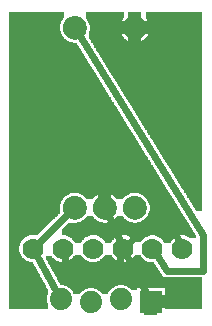
<source format=gtl>
G04 MADE WITH FRITZING*
G04 WWW.FRITZING.ORG*
G04 DOUBLE SIDED*
G04 HOLES PLATED*
G04 CONTOUR ON CENTER OF CONTOUR VECTOR*
%ASAXBY*%
%FSLAX23Y23*%
%MOIN*%
%OFA0B0*%
%SFA1.0B1.0*%
%ADD10C,0.075000*%
%ADD11C,0.070000*%
%ADD12C,0.078889*%
%ADD13C,0.074000*%
%ADD14C,0.024000*%
%ADD15R,0.001000X0.001000*%
%LNCOPPER1*%
G90*
G70*
G54D10*
X361Y981D03*
X118Y952D03*
G54D11*
X519Y242D03*
X619Y242D03*
G54D12*
X261Y379D03*
X361Y379D03*
X461Y379D03*
X261Y979D03*
X461Y979D03*
G54D13*
X514Y64D03*
X414Y74D03*
X314Y64D03*
X214Y74D03*
X514Y64D03*
X414Y74D03*
X314Y64D03*
X214Y74D03*
G54D11*
X120Y243D03*
X221Y243D03*
X422Y243D03*
X321Y243D03*
G54D14*
X199Y102D02*
X133Y220D01*
D02*
X239Y358D02*
X139Y261D01*
D02*
X373Y351D02*
X411Y267D01*
D02*
X609Y266D02*
X588Y316D01*
D02*
X588Y316D02*
X493Y316D01*
D02*
X493Y316D02*
X440Y262D01*
D02*
X226Y218D02*
X233Y179D01*
D02*
X233Y179D02*
X401Y179D01*
D02*
X401Y179D02*
X414Y218D01*
D02*
X500Y92D02*
X434Y220D01*
D02*
X277Y953D02*
X689Y288D01*
D02*
X689Y288D02*
X689Y168D01*
D02*
X689Y168D02*
X569Y168D01*
D02*
X569Y168D02*
X533Y221D01*
G36*
X298Y1031D02*
X298Y1009D01*
X300Y1009D01*
X300Y1007D01*
X302Y1007D01*
X302Y1003D01*
X304Y1003D01*
X304Y1001D01*
X306Y1001D01*
X306Y995D01*
X308Y995D01*
X308Y989D01*
X310Y989D01*
X310Y969D01*
X308Y969D01*
X308Y943D01*
X310Y943D01*
X310Y939D01*
X312Y939D01*
X312Y937D01*
X314Y937D01*
X314Y933D01*
X316Y933D01*
X316Y929D01*
X454Y929D01*
X454Y931D01*
X446Y931D01*
X446Y933D01*
X440Y933D01*
X440Y935D01*
X436Y935D01*
X436Y937D01*
X432Y937D01*
X432Y939D01*
X430Y939D01*
X430Y941D01*
X428Y941D01*
X428Y943D01*
X426Y943D01*
X426Y945D01*
X424Y945D01*
X424Y947D01*
X422Y947D01*
X422Y949D01*
X420Y949D01*
X420Y953D01*
X418Y953D01*
X418Y957D01*
X416Y957D01*
X416Y961D01*
X414Y961D01*
X414Y967D01*
X412Y967D01*
X412Y991D01*
X414Y991D01*
X414Y997D01*
X416Y997D01*
X416Y1001D01*
X418Y1001D01*
X418Y1005D01*
X420Y1005D01*
X420Y1007D01*
X422Y1007D01*
X422Y1011D01*
X424Y1011D01*
X424Y1031D01*
X298Y1031D01*
G37*
D02*
G36*
X498Y1031D02*
X498Y1009D01*
X500Y1009D01*
X500Y1007D01*
X502Y1007D01*
X502Y1003D01*
X504Y1003D01*
X504Y1001D01*
X506Y1001D01*
X506Y995D01*
X508Y995D01*
X508Y989D01*
X510Y989D01*
X510Y969D01*
X508Y969D01*
X508Y961D01*
X506Y961D01*
X506Y957D01*
X504Y957D01*
X504Y953D01*
X502Y953D01*
X502Y951D01*
X500Y951D01*
X500Y947D01*
X498Y947D01*
X498Y945D01*
X496Y945D01*
X496Y943D01*
X494Y943D01*
X494Y941D01*
X490Y941D01*
X490Y939D01*
X488Y939D01*
X488Y937D01*
X484Y937D01*
X484Y935D01*
X482Y935D01*
X482Y933D01*
X476Y933D01*
X476Y931D01*
X468Y931D01*
X468Y929D01*
X684Y929D01*
X684Y1031D01*
X498Y1031D01*
G37*
D02*
G36*
X318Y929D02*
X318Y927D01*
X684Y927D01*
X684Y929D01*
X318Y929D01*
G37*
D02*
G36*
X318Y929D02*
X318Y927D01*
X684Y927D01*
X684Y929D01*
X318Y929D01*
G37*
D02*
G36*
X320Y927D02*
X320Y923D01*
X322Y923D01*
X322Y921D01*
X324Y921D01*
X324Y917D01*
X326Y917D01*
X326Y913D01*
X328Y913D01*
X328Y911D01*
X330Y911D01*
X330Y907D01*
X332Y907D01*
X332Y903D01*
X334Y903D01*
X334Y901D01*
X336Y901D01*
X336Y897D01*
X338Y897D01*
X338Y895D01*
X340Y895D01*
X340Y891D01*
X342Y891D01*
X342Y887D01*
X344Y887D01*
X344Y885D01*
X346Y885D01*
X346Y881D01*
X348Y881D01*
X348Y879D01*
X350Y879D01*
X350Y875D01*
X352Y875D01*
X352Y871D01*
X354Y871D01*
X354Y869D01*
X356Y869D01*
X356Y865D01*
X358Y865D01*
X358Y863D01*
X360Y863D01*
X360Y859D01*
X362Y859D01*
X362Y855D01*
X364Y855D01*
X364Y853D01*
X366Y853D01*
X366Y849D01*
X368Y849D01*
X368Y845D01*
X370Y845D01*
X370Y843D01*
X372Y843D01*
X372Y839D01*
X374Y839D01*
X374Y837D01*
X376Y837D01*
X376Y833D01*
X378Y833D01*
X378Y829D01*
X380Y829D01*
X380Y827D01*
X382Y827D01*
X382Y823D01*
X384Y823D01*
X384Y821D01*
X386Y821D01*
X386Y817D01*
X388Y817D01*
X388Y813D01*
X390Y813D01*
X390Y811D01*
X392Y811D01*
X392Y807D01*
X394Y807D01*
X394Y805D01*
X396Y805D01*
X396Y801D01*
X398Y801D01*
X398Y797D01*
X400Y797D01*
X400Y795D01*
X402Y795D01*
X402Y791D01*
X404Y791D01*
X404Y787D01*
X406Y787D01*
X406Y785D01*
X408Y785D01*
X408Y781D01*
X410Y781D01*
X410Y779D01*
X412Y779D01*
X412Y775D01*
X414Y775D01*
X414Y771D01*
X416Y771D01*
X416Y769D01*
X418Y769D01*
X418Y765D01*
X420Y765D01*
X420Y763D01*
X422Y763D01*
X422Y759D01*
X424Y759D01*
X424Y755D01*
X426Y755D01*
X426Y753D01*
X428Y753D01*
X428Y749D01*
X430Y749D01*
X430Y745D01*
X432Y745D01*
X432Y743D01*
X434Y743D01*
X434Y739D01*
X436Y739D01*
X436Y737D01*
X438Y737D01*
X438Y733D01*
X440Y733D01*
X440Y729D01*
X442Y729D01*
X442Y727D01*
X444Y727D01*
X444Y723D01*
X446Y723D01*
X446Y721D01*
X448Y721D01*
X448Y717D01*
X450Y717D01*
X450Y713D01*
X452Y713D01*
X452Y711D01*
X454Y711D01*
X454Y707D01*
X456Y707D01*
X456Y705D01*
X458Y705D01*
X458Y701D01*
X460Y701D01*
X460Y697D01*
X462Y697D01*
X462Y695D01*
X464Y695D01*
X464Y691D01*
X466Y691D01*
X466Y687D01*
X468Y687D01*
X468Y685D01*
X470Y685D01*
X470Y681D01*
X472Y681D01*
X472Y679D01*
X474Y679D01*
X474Y675D01*
X476Y675D01*
X476Y671D01*
X478Y671D01*
X478Y669D01*
X480Y669D01*
X480Y665D01*
X482Y665D01*
X482Y663D01*
X484Y663D01*
X484Y659D01*
X486Y659D01*
X486Y655D01*
X488Y655D01*
X488Y653D01*
X490Y653D01*
X490Y649D01*
X492Y649D01*
X492Y645D01*
X494Y645D01*
X494Y643D01*
X496Y643D01*
X496Y639D01*
X498Y639D01*
X498Y637D01*
X500Y637D01*
X500Y633D01*
X502Y633D01*
X502Y629D01*
X504Y629D01*
X504Y627D01*
X506Y627D01*
X506Y623D01*
X508Y623D01*
X508Y621D01*
X510Y621D01*
X510Y617D01*
X512Y617D01*
X512Y613D01*
X514Y613D01*
X514Y611D01*
X516Y611D01*
X516Y607D01*
X518Y607D01*
X518Y605D01*
X520Y605D01*
X520Y601D01*
X522Y601D01*
X522Y597D01*
X524Y597D01*
X524Y595D01*
X526Y595D01*
X526Y591D01*
X528Y591D01*
X528Y587D01*
X530Y587D01*
X530Y585D01*
X532Y585D01*
X532Y581D01*
X534Y581D01*
X534Y579D01*
X536Y579D01*
X536Y575D01*
X538Y575D01*
X538Y571D01*
X540Y571D01*
X540Y569D01*
X542Y569D01*
X542Y565D01*
X544Y565D01*
X544Y563D01*
X546Y563D01*
X546Y559D01*
X548Y559D01*
X548Y555D01*
X550Y555D01*
X550Y553D01*
X552Y553D01*
X552Y549D01*
X554Y549D01*
X554Y545D01*
X556Y545D01*
X556Y543D01*
X558Y543D01*
X558Y539D01*
X560Y539D01*
X560Y537D01*
X562Y537D01*
X562Y533D01*
X564Y533D01*
X564Y529D01*
X566Y529D01*
X566Y527D01*
X568Y527D01*
X568Y523D01*
X570Y523D01*
X570Y521D01*
X572Y521D01*
X572Y517D01*
X574Y517D01*
X574Y513D01*
X576Y513D01*
X576Y511D01*
X578Y511D01*
X578Y507D01*
X580Y507D01*
X580Y505D01*
X582Y505D01*
X582Y501D01*
X584Y501D01*
X584Y497D01*
X586Y497D01*
X586Y495D01*
X588Y495D01*
X588Y491D01*
X590Y491D01*
X590Y487D01*
X592Y487D01*
X592Y485D01*
X594Y485D01*
X594Y481D01*
X596Y481D01*
X596Y479D01*
X598Y479D01*
X598Y475D01*
X600Y475D01*
X600Y471D01*
X602Y471D01*
X602Y469D01*
X604Y469D01*
X604Y465D01*
X606Y465D01*
X606Y463D01*
X608Y463D01*
X608Y459D01*
X610Y459D01*
X610Y455D01*
X612Y455D01*
X612Y453D01*
X614Y453D01*
X614Y449D01*
X616Y449D01*
X616Y445D01*
X618Y445D01*
X618Y443D01*
X620Y443D01*
X620Y439D01*
X622Y439D01*
X622Y437D01*
X624Y437D01*
X624Y433D01*
X626Y433D01*
X626Y429D01*
X628Y429D01*
X628Y427D01*
X630Y427D01*
X630Y423D01*
X632Y423D01*
X632Y421D01*
X634Y421D01*
X634Y417D01*
X636Y417D01*
X636Y413D01*
X638Y413D01*
X638Y411D01*
X640Y411D01*
X640Y407D01*
X642Y407D01*
X642Y405D01*
X644Y405D01*
X644Y401D01*
X646Y401D01*
X646Y397D01*
X648Y397D01*
X648Y395D01*
X650Y395D01*
X650Y391D01*
X652Y391D01*
X652Y387D01*
X654Y387D01*
X654Y385D01*
X656Y385D01*
X656Y381D01*
X658Y381D01*
X658Y379D01*
X660Y379D01*
X660Y375D01*
X662Y375D01*
X662Y371D01*
X664Y371D01*
X664Y369D01*
X684Y369D01*
X684Y927D01*
X320Y927D01*
G37*
D02*
G36*
X40Y1031D02*
X40Y429D01*
X466Y429D01*
X466Y427D01*
X474Y427D01*
X474Y425D01*
X480Y425D01*
X480Y423D01*
X484Y423D01*
X484Y421D01*
X488Y421D01*
X488Y419D01*
X490Y419D01*
X490Y417D01*
X492Y417D01*
X492Y415D01*
X496Y415D01*
X496Y413D01*
X498Y413D01*
X498Y409D01*
X500Y409D01*
X500Y407D01*
X502Y407D01*
X502Y403D01*
X504Y403D01*
X504Y401D01*
X506Y401D01*
X506Y395D01*
X508Y395D01*
X508Y389D01*
X510Y389D01*
X510Y369D01*
X508Y369D01*
X508Y361D01*
X506Y361D01*
X506Y357D01*
X504Y357D01*
X504Y353D01*
X502Y353D01*
X502Y351D01*
X500Y351D01*
X500Y347D01*
X498Y347D01*
X498Y345D01*
X496Y345D01*
X496Y343D01*
X494Y343D01*
X494Y341D01*
X490Y341D01*
X490Y339D01*
X488Y339D01*
X488Y337D01*
X484Y337D01*
X484Y335D01*
X482Y335D01*
X482Y333D01*
X476Y333D01*
X476Y331D01*
X468Y331D01*
X468Y329D01*
X638Y329D01*
X638Y331D01*
X636Y331D01*
X636Y333D01*
X634Y333D01*
X634Y337D01*
X632Y337D01*
X632Y339D01*
X630Y339D01*
X630Y343D01*
X628Y343D01*
X628Y347D01*
X626Y347D01*
X626Y349D01*
X624Y349D01*
X624Y353D01*
X622Y353D01*
X622Y357D01*
X620Y357D01*
X620Y359D01*
X618Y359D01*
X618Y363D01*
X616Y363D01*
X616Y365D01*
X614Y365D01*
X614Y369D01*
X612Y369D01*
X612Y373D01*
X610Y373D01*
X610Y375D01*
X608Y375D01*
X608Y379D01*
X606Y379D01*
X606Y381D01*
X604Y381D01*
X604Y385D01*
X602Y385D01*
X602Y389D01*
X600Y389D01*
X600Y391D01*
X598Y391D01*
X598Y395D01*
X596Y395D01*
X596Y397D01*
X594Y397D01*
X594Y401D01*
X592Y401D01*
X592Y405D01*
X590Y405D01*
X590Y407D01*
X588Y407D01*
X588Y411D01*
X586Y411D01*
X586Y415D01*
X584Y415D01*
X584Y417D01*
X582Y417D01*
X582Y421D01*
X580Y421D01*
X580Y423D01*
X578Y423D01*
X578Y427D01*
X576Y427D01*
X576Y431D01*
X574Y431D01*
X574Y433D01*
X572Y433D01*
X572Y437D01*
X570Y437D01*
X570Y439D01*
X568Y439D01*
X568Y443D01*
X566Y443D01*
X566Y447D01*
X564Y447D01*
X564Y449D01*
X562Y449D01*
X562Y453D01*
X560Y453D01*
X560Y455D01*
X558Y455D01*
X558Y459D01*
X556Y459D01*
X556Y463D01*
X554Y463D01*
X554Y465D01*
X552Y465D01*
X552Y469D01*
X550Y469D01*
X550Y473D01*
X548Y473D01*
X548Y475D01*
X546Y475D01*
X546Y479D01*
X544Y479D01*
X544Y481D01*
X542Y481D01*
X542Y485D01*
X540Y485D01*
X540Y489D01*
X538Y489D01*
X538Y491D01*
X536Y491D01*
X536Y495D01*
X534Y495D01*
X534Y497D01*
X532Y497D01*
X532Y501D01*
X530Y501D01*
X530Y505D01*
X528Y505D01*
X528Y507D01*
X526Y507D01*
X526Y511D01*
X524Y511D01*
X524Y515D01*
X522Y515D01*
X522Y517D01*
X520Y517D01*
X520Y521D01*
X518Y521D01*
X518Y523D01*
X516Y523D01*
X516Y527D01*
X514Y527D01*
X514Y531D01*
X512Y531D01*
X512Y533D01*
X510Y533D01*
X510Y537D01*
X508Y537D01*
X508Y539D01*
X506Y539D01*
X506Y543D01*
X504Y543D01*
X504Y547D01*
X502Y547D01*
X502Y549D01*
X500Y549D01*
X500Y553D01*
X498Y553D01*
X498Y555D01*
X496Y555D01*
X496Y559D01*
X494Y559D01*
X494Y563D01*
X492Y563D01*
X492Y565D01*
X490Y565D01*
X490Y569D01*
X488Y569D01*
X488Y573D01*
X486Y573D01*
X486Y575D01*
X484Y575D01*
X484Y579D01*
X482Y579D01*
X482Y581D01*
X480Y581D01*
X480Y585D01*
X478Y585D01*
X478Y589D01*
X476Y589D01*
X476Y591D01*
X474Y591D01*
X474Y595D01*
X472Y595D01*
X472Y597D01*
X470Y597D01*
X470Y601D01*
X468Y601D01*
X468Y605D01*
X466Y605D01*
X466Y607D01*
X464Y607D01*
X464Y611D01*
X462Y611D01*
X462Y615D01*
X460Y615D01*
X460Y617D01*
X458Y617D01*
X458Y621D01*
X456Y621D01*
X456Y623D01*
X454Y623D01*
X454Y627D01*
X452Y627D01*
X452Y631D01*
X450Y631D01*
X450Y633D01*
X448Y633D01*
X448Y637D01*
X446Y637D01*
X446Y639D01*
X444Y639D01*
X444Y643D01*
X442Y643D01*
X442Y647D01*
X440Y647D01*
X440Y649D01*
X438Y649D01*
X438Y653D01*
X436Y653D01*
X436Y655D01*
X434Y655D01*
X434Y659D01*
X432Y659D01*
X432Y663D01*
X430Y663D01*
X430Y665D01*
X428Y665D01*
X428Y669D01*
X426Y669D01*
X426Y673D01*
X424Y673D01*
X424Y675D01*
X422Y675D01*
X422Y679D01*
X420Y679D01*
X420Y681D01*
X418Y681D01*
X418Y685D01*
X416Y685D01*
X416Y689D01*
X414Y689D01*
X414Y691D01*
X412Y691D01*
X412Y695D01*
X410Y695D01*
X410Y697D01*
X408Y697D01*
X408Y701D01*
X406Y701D01*
X406Y705D01*
X404Y705D01*
X404Y707D01*
X402Y707D01*
X402Y711D01*
X400Y711D01*
X400Y715D01*
X398Y715D01*
X398Y717D01*
X396Y717D01*
X396Y721D01*
X394Y721D01*
X394Y723D01*
X392Y723D01*
X392Y727D01*
X390Y727D01*
X390Y731D01*
X388Y731D01*
X388Y733D01*
X386Y733D01*
X386Y737D01*
X384Y737D01*
X384Y739D01*
X382Y739D01*
X382Y743D01*
X380Y743D01*
X380Y747D01*
X378Y747D01*
X378Y749D01*
X376Y749D01*
X376Y753D01*
X374Y753D01*
X374Y755D01*
X372Y755D01*
X372Y759D01*
X370Y759D01*
X370Y763D01*
X368Y763D01*
X368Y765D01*
X366Y765D01*
X366Y769D01*
X364Y769D01*
X364Y773D01*
X362Y773D01*
X362Y775D01*
X360Y775D01*
X360Y779D01*
X358Y779D01*
X358Y781D01*
X356Y781D01*
X356Y785D01*
X354Y785D01*
X354Y789D01*
X352Y789D01*
X352Y791D01*
X350Y791D01*
X350Y795D01*
X348Y795D01*
X348Y797D01*
X346Y797D01*
X346Y801D01*
X344Y801D01*
X344Y805D01*
X342Y805D01*
X342Y807D01*
X340Y807D01*
X340Y811D01*
X338Y811D01*
X338Y815D01*
X336Y815D01*
X336Y817D01*
X334Y817D01*
X334Y821D01*
X332Y821D01*
X332Y823D01*
X330Y823D01*
X330Y827D01*
X328Y827D01*
X328Y831D01*
X326Y831D01*
X326Y833D01*
X324Y833D01*
X324Y837D01*
X322Y837D01*
X322Y839D01*
X320Y839D01*
X320Y843D01*
X318Y843D01*
X318Y847D01*
X316Y847D01*
X316Y849D01*
X314Y849D01*
X314Y853D01*
X312Y853D01*
X312Y855D01*
X310Y855D01*
X310Y859D01*
X308Y859D01*
X308Y863D01*
X306Y863D01*
X306Y865D01*
X304Y865D01*
X304Y869D01*
X302Y869D01*
X302Y873D01*
X300Y873D01*
X300Y875D01*
X298Y875D01*
X298Y879D01*
X296Y879D01*
X296Y881D01*
X294Y881D01*
X294Y885D01*
X292Y885D01*
X292Y889D01*
X290Y889D01*
X290Y891D01*
X288Y891D01*
X288Y895D01*
X286Y895D01*
X286Y897D01*
X284Y897D01*
X284Y901D01*
X282Y901D01*
X282Y905D01*
X280Y905D01*
X280Y907D01*
X278Y907D01*
X278Y911D01*
X276Y911D01*
X276Y913D01*
X274Y913D01*
X274Y917D01*
X272Y917D01*
X272Y921D01*
X270Y921D01*
X270Y923D01*
X268Y923D01*
X268Y927D01*
X266Y927D01*
X266Y929D01*
X254Y929D01*
X254Y931D01*
X246Y931D01*
X246Y933D01*
X240Y933D01*
X240Y935D01*
X236Y935D01*
X236Y937D01*
X232Y937D01*
X232Y939D01*
X230Y939D01*
X230Y941D01*
X228Y941D01*
X228Y943D01*
X226Y943D01*
X226Y945D01*
X224Y945D01*
X224Y947D01*
X222Y947D01*
X222Y949D01*
X220Y949D01*
X220Y953D01*
X218Y953D01*
X218Y957D01*
X216Y957D01*
X216Y961D01*
X214Y961D01*
X214Y967D01*
X212Y967D01*
X212Y991D01*
X214Y991D01*
X214Y997D01*
X216Y997D01*
X216Y1001D01*
X218Y1001D01*
X218Y1005D01*
X220Y1005D01*
X220Y1007D01*
X222Y1007D01*
X222Y1011D01*
X224Y1011D01*
X224Y1031D01*
X40Y1031D01*
G37*
D02*
G36*
X40Y429D02*
X40Y41D01*
X170Y41D01*
X170Y61D01*
X168Y61D01*
X168Y87D01*
X170Y87D01*
X170Y109D01*
X168Y109D01*
X168Y113D01*
X166Y113D01*
X166Y117D01*
X164Y117D01*
X164Y121D01*
X162Y121D01*
X162Y125D01*
X160Y125D01*
X160Y127D01*
X158Y127D01*
X158Y131D01*
X156Y131D01*
X156Y135D01*
X154Y135D01*
X154Y139D01*
X152Y139D01*
X152Y143D01*
X150Y143D01*
X150Y145D01*
X148Y145D01*
X148Y149D01*
X146Y149D01*
X146Y153D01*
X144Y153D01*
X144Y157D01*
X142Y157D01*
X142Y161D01*
X140Y161D01*
X140Y163D01*
X138Y163D01*
X138Y167D01*
X136Y167D01*
X136Y171D01*
X134Y171D01*
X134Y175D01*
X132Y175D01*
X132Y179D01*
X130Y179D01*
X130Y181D01*
X128Y181D01*
X128Y185D01*
X126Y185D01*
X126Y189D01*
X124Y189D01*
X124Y193D01*
X122Y193D01*
X122Y197D01*
X118Y197D01*
X118Y199D01*
X108Y199D01*
X108Y201D01*
X102Y201D01*
X102Y203D01*
X98Y203D01*
X98Y205D01*
X94Y205D01*
X94Y207D01*
X92Y207D01*
X92Y209D01*
X90Y209D01*
X90Y211D01*
X88Y211D01*
X88Y213D01*
X86Y213D01*
X86Y215D01*
X84Y215D01*
X84Y219D01*
X82Y219D01*
X82Y221D01*
X80Y221D01*
X80Y225D01*
X78Y225D01*
X78Y231D01*
X76Y231D01*
X76Y253D01*
X78Y253D01*
X78Y261D01*
X80Y261D01*
X80Y265D01*
X82Y265D01*
X82Y267D01*
X84Y267D01*
X84Y271D01*
X86Y271D01*
X86Y273D01*
X88Y273D01*
X88Y275D01*
X90Y275D01*
X90Y277D01*
X92Y277D01*
X92Y279D01*
X96Y279D01*
X96Y281D01*
X98Y281D01*
X98Y283D01*
X102Y283D01*
X102Y285D01*
X108Y285D01*
X108Y287D01*
X136Y287D01*
X136Y289D01*
X138Y289D01*
X138Y291D01*
X140Y291D01*
X140Y293D01*
X142Y293D01*
X142Y295D01*
X144Y295D01*
X144Y297D01*
X146Y297D01*
X146Y299D01*
X148Y299D01*
X148Y301D01*
X150Y301D01*
X150Y303D01*
X152Y303D01*
X152Y305D01*
X154Y305D01*
X154Y307D01*
X156Y307D01*
X156Y309D01*
X158Y309D01*
X158Y311D01*
X160Y311D01*
X160Y313D01*
X162Y313D01*
X162Y315D01*
X164Y315D01*
X164Y317D01*
X166Y317D01*
X166Y319D01*
X168Y319D01*
X168Y321D01*
X170Y321D01*
X170Y323D01*
X172Y323D01*
X172Y325D01*
X174Y325D01*
X174Y327D01*
X176Y327D01*
X176Y329D01*
X178Y329D01*
X178Y331D01*
X180Y331D01*
X180Y333D01*
X182Y333D01*
X182Y335D01*
X184Y335D01*
X184Y337D01*
X186Y337D01*
X186Y339D01*
X188Y339D01*
X188Y341D01*
X192Y341D01*
X192Y343D01*
X194Y343D01*
X194Y345D01*
X196Y345D01*
X196Y347D01*
X198Y347D01*
X198Y349D01*
X200Y349D01*
X200Y351D01*
X202Y351D01*
X202Y353D01*
X204Y353D01*
X204Y355D01*
X206Y355D01*
X206Y357D01*
X208Y357D01*
X208Y359D01*
X210Y359D01*
X210Y361D01*
X212Y361D01*
X212Y391D01*
X214Y391D01*
X214Y397D01*
X216Y397D01*
X216Y401D01*
X218Y401D01*
X218Y405D01*
X220Y405D01*
X220Y407D01*
X222Y407D01*
X222Y411D01*
X224Y411D01*
X224Y413D01*
X226Y413D01*
X226Y415D01*
X228Y415D01*
X228Y417D01*
X230Y417D01*
X230Y419D01*
X234Y419D01*
X234Y421D01*
X238Y421D01*
X238Y423D01*
X240Y423D01*
X240Y425D01*
X246Y425D01*
X246Y427D01*
X256Y427D01*
X256Y429D01*
X40Y429D01*
G37*
D02*
G36*
X266Y429D02*
X266Y427D01*
X274Y427D01*
X274Y425D01*
X280Y425D01*
X280Y423D01*
X284Y423D01*
X284Y421D01*
X288Y421D01*
X288Y419D01*
X290Y419D01*
X290Y417D01*
X292Y417D01*
X292Y415D01*
X296Y415D01*
X296Y413D01*
X298Y413D01*
X298Y409D01*
X300Y409D01*
X300Y407D01*
X322Y407D01*
X322Y411D01*
X324Y411D01*
X324Y413D01*
X326Y413D01*
X326Y415D01*
X328Y415D01*
X328Y417D01*
X330Y417D01*
X330Y419D01*
X334Y419D01*
X334Y421D01*
X338Y421D01*
X338Y423D01*
X340Y423D01*
X340Y425D01*
X346Y425D01*
X346Y427D01*
X356Y427D01*
X356Y429D01*
X266Y429D01*
G37*
D02*
G36*
X366Y429D02*
X366Y427D01*
X374Y427D01*
X374Y425D01*
X380Y425D01*
X380Y423D01*
X384Y423D01*
X384Y421D01*
X388Y421D01*
X388Y419D01*
X390Y419D01*
X390Y417D01*
X392Y417D01*
X392Y415D01*
X396Y415D01*
X396Y413D01*
X398Y413D01*
X398Y409D01*
X400Y409D01*
X400Y407D01*
X422Y407D01*
X422Y411D01*
X424Y411D01*
X424Y413D01*
X426Y413D01*
X426Y415D01*
X428Y415D01*
X428Y417D01*
X430Y417D01*
X430Y419D01*
X434Y419D01*
X434Y421D01*
X438Y421D01*
X438Y423D01*
X440Y423D01*
X440Y425D01*
X446Y425D01*
X446Y427D01*
X456Y427D01*
X456Y429D01*
X366Y429D01*
G37*
D02*
G36*
X300Y351D02*
X300Y347D01*
X298Y347D01*
X298Y345D01*
X296Y345D01*
X296Y343D01*
X294Y343D01*
X294Y341D01*
X290Y341D01*
X290Y339D01*
X288Y339D01*
X288Y337D01*
X284Y337D01*
X284Y335D01*
X282Y335D01*
X282Y333D01*
X276Y333D01*
X276Y331D01*
X268Y331D01*
X268Y329D01*
X354Y329D01*
X354Y331D01*
X346Y331D01*
X346Y333D01*
X340Y333D01*
X340Y335D01*
X336Y335D01*
X336Y337D01*
X334Y337D01*
X334Y339D01*
X330Y339D01*
X330Y341D01*
X328Y341D01*
X328Y343D01*
X326Y343D01*
X326Y345D01*
X324Y345D01*
X324Y347D01*
X322Y347D01*
X322Y349D01*
X320Y349D01*
X320Y351D01*
X300Y351D01*
G37*
D02*
G36*
X400Y351D02*
X400Y347D01*
X398Y347D01*
X398Y345D01*
X396Y345D01*
X396Y343D01*
X394Y343D01*
X394Y341D01*
X390Y341D01*
X390Y339D01*
X388Y339D01*
X388Y337D01*
X384Y337D01*
X384Y335D01*
X382Y335D01*
X382Y333D01*
X376Y333D01*
X376Y331D01*
X368Y331D01*
X368Y329D01*
X454Y329D01*
X454Y331D01*
X446Y331D01*
X446Y333D01*
X440Y333D01*
X440Y335D01*
X436Y335D01*
X436Y337D01*
X434Y337D01*
X434Y339D01*
X430Y339D01*
X430Y341D01*
X428Y341D01*
X428Y343D01*
X426Y343D01*
X426Y345D01*
X424Y345D01*
X424Y347D01*
X422Y347D01*
X422Y349D01*
X420Y349D01*
X420Y351D01*
X400Y351D01*
G37*
D02*
G36*
X240Y329D02*
X240Y327D01*
X638Y327D01*
X638Y329D01*
X240Y329D01*
G37*
D02*
G36*
X240Y329D02*
X240Y327D01*
X638Y327D01*
X638Y329D01*
X240Y329D01*
G37*
D02*
G36*
X240Y329D02*
X240Y327D01*
X638Y327D01*
X638Y329D01*
X240Y329D01*
G37*
D02*
G36*
X238Y327D02*
X238Y325D01*
X236Y325D01*
X236Y323D01*
X234Y323D01*
X234Y321D01*
X232Y321D01*
X232Y319D01*
X230Y319D01*
X230Y317D01*
X228Y317D01*
X228Y315D01*
X226Y315D01*
X226Y313D01*
X224Y313D01*
X224Y311D01*
X222Y311D01*
X222Y309D01*
X220Y309D01*
X220Y307D01*
X218Y307D01*
X218Y287D01*
X628Y287D01*
X628Y285D01*
X634Y285D01*
X634Y283D01*
X638Y283D01*
X638Y281D01*
X642Y281D01*
X642Y279D01*
X646Y279D01*
X646Y277D01*
X666Y277D01*
X666Y285D01*
X664Y285D01*
X664Y289D01*
X662Y289D01*
X662Y291D01*
X660Y291D01*
X660Y295D01*
X658Y295D01*
X658Y297D01*
X656Y297D01*
X656Y301D01*
X654Y301D01*
X654Y305D01*
X652Y305D01*
X652Y307D01*
X650Y307D01*
X650Y311D01*
X648Y311D01*
X648Y315D01*
X646Y315D01*
X646Y317D01*
X644Y317D01*
X644Y321D01*
X642Y321D01*
X642Y323D01*
X640Y323D01*
X640Y327D01*
X238Y327D01*
G37*
D02*
G36*
X232Y287D02*
X232Y285D01*
X238Y285D01*
X238Y283D01*
X242Y283D01*
X242Y281D01*
X246Y281D01*
X246Y279D01*
X248Y279D01*
X248Y277D01*
X250Y277D01*
X250Y275D01*
X252Y275D01*
X252Y273D01*
X254Y273D01*
X254Y271D01*
X256Y271D01*
X256Y269D01*
X258Y269D01*
X258Y265D01*
X260Y265D01*
X260Y263D01*
X282Y263D01*
X282Y265D01*
X284Y265D01*
X284Y269D01*
X286Y269D01*
X286Y271D01*
X288Y271D01*
X288Y273D01*
X290Y273D01*
X290Y275D01*
X292Y275D01*
X292Y277D01*
X294Y277D01*
X294Y279D01*
X296Y279D01*
X296Y281D01*
X300Y281D01*
X300Y283D01*
X304Y283D01*
X304Y285D01*
X310Y285D01*
X310Y287D01*
X232Y287D01*
G37*
D02*
G36*
X334Y287D02*
X334Y285D01*
X340Y285D01*
X340Y283D01*
X344Y283D01*
X344Y281D01*
X346Y281D01*
X346Y279D01*
X350Y279D01*
X350Y277D01*
X352Y277D01*
X352Y275D01*
X354Y275D01*
X354Y273D01*
X356Y273D01*
X356Y271D01*
X358Y271D01*
X358Y267D01*
X360Y267D01*
X360Y263D01*
X362Y263D01*
X362Y261D01*
X382Y261D01*
X382Y265D01*
X384Y265D01*
X384Y269D01*
X386Y269D01*
X386Y271D01*
X388Y271D01*
X388Y273D01*
X390Y273D01*
X390Y275D01*
X392Y275D01*
X392Y277D01*
X394Y277D01*
X394Y279D01*
X396Y279D01*
X396Y281D01*
X400Y281D01*
X400Y283D01*
X404Y283D01*
X404Y285D01*
X410Y285D01*
X410Y287D01*
X334Y287D01*
G37*
D02*
G36*
X434Y287D02*
X434Y285D01*
X440Y285D01*
X440Y283D01*
X444Y283D01*
X444Y281D01*
X446Y281D01*
X446Y279D01*
X450Y279D01*
X450Y277D01*
X452Y277D01*
X452Y275D01*
X454Y275D01*
X454Y273D01*
X456Y273D01*
X456Y271D01*
X458Y271D01*
X458Y267D01*
X460Y267D01*
X460Y265D01*
X480Y265D01*
X480Y267D01*
X482Y267D01*
X482Y269D01*
X484Y269D01*
X484Y271D01*
X486Y271D01*
X486Y273D01*
X488Y273D01*
X488Y275D01*
X490Y275D01*
X490Y277D01*
X492Y277D01*
X492Y279D01*
X496Y279D01*
X496Y281D01*
X498Y281D01*
X498Y283D01*
X504Y283D01*
X504Y285D01*
X510Y285D01*
X510Y287D01*
X434Y287D01*
G37*
D02*
G36*
X528Y287D02*
X528Y285D01*
X534Y285D01*
X534Y283D01*
X538Y283D01*
X538Y281D01*
X542Y281D01*
X542Y279D01*
X546Y279D01*
X546Y277D01*
X548Y277D01*
X548Y275D01*
X550Y275D01*
X550Y273D01*
X552Y273D01*
X552Y271D01*
X554Y271D01*
X554Y269D01*
X556Y269D01*
X556Y265D01*
X558Y265D01*
X558Y261D01*
X578Y261D01*
X578Y263D01*
X580Y263D01*
X580Y265D01*
X582Y265D01*
X582Y269D01*
X584Y269D01*
X584Y271D01*
X586Y271D01*
X586Y273D01*
X588Y273D01*
X588Y275D01*
X590Y275D01*
X590Y277D01*
X592Y277D01*
X592Y279D01*
X596Y279D01*
X596Y281D01*
X598Y281D01*
X598Y283D01*
X604Y283D01*
X604Y285D01*
X610Y285D01*
X610Y287D01*
X528Y287D01*
G37*
D02*
G36*
X260Y223D02*
X260Y221D01*
X282Y221D01*
X282Y223D01*
X260Y223D01*
G37*
D02*
G36*
X362Y223D02*
X362Y221D01*
X360Y221D01*
X360Y219D01*
X358Y219D01*
X358Y215D01*
X356Y215D01*
X356Y213D01*
X354Y213D01*
X354Y211D01*
X352Y211D01*
X352Y209D01*
X350Y209D01*
X350Y207D01*
X346Y207D01*
X346Y205D01*
X344Y205D01*
X344Y203D01*
X340Y203D01*
X340Y201D01*
X334Y201D01*
X334Y199D01*
X324Y199D01*
X324Y197D01*
X420Y197D01*
X420Y199D01*
X408Y199D01*
X408Y201D01*
X404Y201D01*
X404Y203D01*
X400Y203D01*
X400Y205D01*
X396Y205D01*
X396Y207D01*
X394Y207D01*
X394Y209D01*
X392Y209D01*
X392Y211D01*
X390Y211D01*
X390Y213D01*
X388Y213D01*
X388Y215D01*
X386Y215D01*
X386Y217D01*
X384Y217D01*
X384Y221D01*
X382Y221D01*
X382Y223D01*
X362Y223D01*
G37*
D02*
G36*
X260Y221D02*
X260Y219D01*
X258Y219D01*
X258Y217D01*
X256Y217D01*
X256Y215D01*
X254Y215D01*
X254Y211D01*
X252Y211D01*
X252Y209D01*
X248Y209D01*
X248Y207D01*
X246Y207D01*
X246Y205D01*
X242Y205D01*
X242Y203D01*
X240Y203D01*
X240Y201D01*
X234Y201D01*
X234Y199D01*
X222Y199D01*
X222Y197D01*
X320Y197D01*
X320Y199D01*
X308Y199D01*
X308Y201D01*
X302Y201D01*
X302Y203D01*
X300Y203D01*
X300Y205D01*
X296Y205D01*
X296Y207D01*
X294Y207D01*
X294Y209D01*
X290Y209D01*
X290Y211D01*
X288Y211D01*
X288Y215D01*
X286Y215D01*
X286Y217D01*
X284Y217D01*
X284Y219D01*
X282Y219D01*
X282Y221D01*
X260Y221D01*
G37*
D02*
G36*
X460Y221D02*
X460Y219D01*
X458Y219D01*
X458Y215D01*
X456Y215D01*
X456Y213D01*
X454Y213D01*
X454Y211D01*
X452Y211D01*
X452Y209D01*
X450Y209D01*
X450Y207D01*
X448Y207D01*
X448Y205D01*
X444Y205D01*
X444Y203D01*
X440Y203D01*
X440Y201D01*
X434Y201D01*
X434Y199D01*
X424Y199D01*
X424Y197D01*
X510Y197D01*
X510Y199D01*
X502Y199D01*
X502Y201D01*
X498Y201D01*
X498Y203D01*
X494Y203D01*
X494Y205D01*
X492Y205D01*
X492Y207D01*
X490Y207D01*
X490Y209D01*
X488Y209D01*
X488Y211D01*
X486Y211D01*
X486Y213D01*
X484Y213D01*
X484Y215D01*
X482Y215D01*
X482Y217D01*
X480Y217D01*
X480Y221D01*
X460Y221D01*
G37*
D02*
G36*
X164Y219D02*
X164Y207D01*
X166Y207D01*
X166Y205D01*
X168Y205D01*
X168Y201D01*
X170Y201D01*
X170Y197D01*
X218Y197D01*
X218Y199D01*
X208Y199D01*
X208Y201D01*
X202Y201D01*
X202Y203D01*
X198Y203D01*
X198Y205D01*
X196Y205D01*
X196Y207D01*
X192Y207D01*
X192Y209D01*
X190Y209D01*
X190Y211D01*
X188Y211D01*
X188Y213D01*
X186Y213D01*
X186Y215D01*
X184Y215D01*
X184Y219D01*
X164Y219D01*
G37*
D02*
G36*
X172Y197D02*
X172Y195D01*
X524Y195D01*
X524Y197D01*
X172Y197D01*
G37*
D02*
G36*
X172Y197D02*
X172Y195D01*
X524Y195D01*
X524Y197D01*
X172Y197D01*
G37*
D02*
G36*
X172Y197D02*
X172Y195D01*
X524Y195D01*
X524Y197D01*
X172Y197D01*
G37*
D02*
G36*
X172Y197D02*
X172Y195D01*
X524Y195D01*
X524Y197D01*
X172Y197D01*
G37*
D02*
G36*
X172Y195D02*
X172Y193D01*
X174Y193D01*
X174Y189D01*
X176Y189D01*
X176Y187D01*
X178Y187D01*
X178Y183D01*
X180Y183D01*
X180Y179D01*
X182Y179D01*
X182Y175D01*
X184Y175D01*
X184Y171D01*
X186Y171D01*
X186Y169D01*
X188Y169D01*
X188Y165D01*
X190Y165D01*
X190Y161D01*
X192Y161D01*
X192Y157D01*
X194Y157D01*
X194Y153D01*
X196Y153D01*
X196Y151D01*
X198Y151D01*
X198Y147D01*
X200Y147D01*
X200Y143D01*
X202Y143D01*
X202Y139D01*
X204Y139D01*
X204Y135D01*
X206Y135D01*
X206Y133D01*
X208Y133D01*
X208Y129D01*
X210Y129D01*
X210Y125D01*
X212Y125D01*
X212Y121D01*
X424Y121D01*
X424Y119D01*
X430Y119D01*
X430Y117D01*
X434Y117D01*
X434Y115D01*
X438Y115D01*
X438Y113D01*
X442Y113D01*
X442Y111D01*
X562Y111D01*
X562Y41D01*
X684Y41D01*
X684Y147D01*
X560Y147D01*
X560Y149D01*
X556Y149D01*
X556Y151D01*
X554Y151D01*
X554Y153D01*
X552Y153D01*
X552Y155D01*
X550Y155D01*
X550Y159D01*
X548Y159D01*
X548Y161D01*
X546Y161D01*
X546Y165D01*
X544Y165D01*
X544Y167D01*
X542Y167D01*
X542Y171D01*
X540Y171D01*
X540Y173D01*
X538Y173D01*
X538Y177D01*
X536Y177D01*
X536Y179D01*
X534Y179D01*
X534Y181D01*
X532Y181D01*
X532Y185D01*
X530Y185D01*
X530Y187D01*
X528Y187D01*
X528Y191D01*
X526Y191D01*
X526Y193D01*
X524Y193D01*
X524Y195D01*
X172Y195D01*
G37*
D02*
G36*
X224Y121D02*
X224Y119D01*
X230Y119D01*
X230Y117D01*
X234Y117D01*
X234Y115D01*
X238Y115D01*
X238Y113D01*
X242Y113D01*
X242Y111D01*
X324Y111D01*
X324Y109D01*
X330Y109D01*
X330Y107D01*
X334Y107D01*
X334Y105D01*
X338Y105D01*
X338Y103D01*
X342Y103D01*
X342Y101D01*
X344Y101D01*
X344Y99D01*
X346Y99D01*
X346Y97D01*
X348Y97D01*
X348Y95D01*
X350Y95D01*
X350Y93D01*
X372Y93D01*
X372Y97D01*
X374Y97D01*
X374Y99D01*
X376Y99D01*
X376Y103D01*
X378Y103D01*
X378Y105D01*
X380Y105D01*
X380Y107D01*
X382Y107D01*
X382Y109D01*
X384Y109D01*
X384Y111D01*
X386Y111D01*
X386Y113D01*
X390Y113D01*
X390Y115D01*
X394Y115D01*
X394Y117D01*
X398Y117D01*
X398Y119D01*
X404Y119D01*
X404Y121D01*
X224Y121D01*
G37*
D02*
G36*
X244Y111D02*
X244Y109D01*
X246Y109D01*
X246Y107D01*
X248Y107D01*
X248Y105D01*
X250Y105D01*
X250Y103D01*
X252Y103D01*
X252Y101D01*
X254Y101D01*
X254Y97D01*
X256Y97D01*
X256Y93D01*
X278Y93D01*
X278Y95D01*
X280Y95D01*
X280Y97D01*
X282Y97D01*
X282Y99D01*
X284Y99D01*
X284Y101D01*
X286Y101D01*
X286Y103D01*
X290Y103D01*
X290Y105D01*
X294Y105D01*
X294Y107D01*
X298Y107D01*
X298Y109D01*
X304Y109D01*
X304Y111D01*
X244Y111D01*
G37*
D02*
G36*
X444Y111D02*
X444Y109D01*
X446Y109D01*
X446Y107D01*
X448Y107D01*
X448Y105D01*
X468Y105D01*
X468Y111D01*
X444Y111D01*
G37*
D02*
G36*
X490Y49D02*
X533Y49D01*
X533Y23D01*
X490Y23D01*
X490Y49D01*
G37*
D02*
G36*
X530Y89D02*
X562Y89D01*
X562Y46D01*
X530Y46D01*
X530Y89D01*
G37*
D02*
G36*
X337Y433D02*
X382Y433D01*
X382Y401D01*
X337Y401D01*
X337Y433D01*
G37*
D02*
G36*
X437Y1033D02*
X482Y1033D01*
X482Y999D01*
X437Y999D01*
X437Y1033D01*
G37*
D02*
G36*
X437Y961D02*
X482Y961D01*
X482Y929D01*
X437Y929D01*
X437Y961D01*
G37*
D02*
G36*
X408Y1002D02*
X440Y1002D01*
X440Y957D01*
X408Y957D01*
X408Y1002D01*
G37*
D02*
G36*
X478Y1002D02*
X510Y1002D01*
X510Y957D01*
X478Y957D01*
X478Y1002D01*
G37*
D02*
G54D15*
X254Y1018D02*
X267Y1018D01*
X453Y1018D02*
X467Y1018D01*
X250Y1017D02*
X271Y1017D01*
X449Y1017D02*
X471Y1017D01*
X247Y1016D02*
X273Y1016D01*
X447Y1016D02*
X473Y1016D01*
X244Y1015D02*
X276Y1015D01*
X444Y1015D02*
X476Y1015D01*
X242Y1014D02*
X278Y1014D01*
X442Y1014D02*
X478Y1014D01*
X240Y1013D02*
X280Y1013D01*
X440Y1013D02*
X480Y1013D01*
X239Y1012D02*
X281Y1012D01*
X439Y1012D02*
X481Y1012D01*
X237Y1011D02*
X283Y1011D01*
X437Y1011D02*
X483Y1011D01*
X236Y1010D02*
X284Y1010D01*
X436Y1010D02*
X484Y1010D01*
X235Y1009D02*
X285Y1009D01*
X435Y1009D02*
X485Y1009D01*
X234Y1008D02*
X287Y1008D01*
X433Y1008D02*
X486Y1008D01*
X233Y1007D02*
X288Y1007D01*
X432Y1007D02*
X488Y1007D01*
X232Y1006D02*
X289Y1006D01*
X432Y1006D02*
X488Y1006D01*
X231Y1005D02*
X289Y1005D01*
X431Y1005D02*
X489Y1005D01*
X230Y1004D02*
X290Y1004D01*
X430Y1004D02*
X490Y1004D01*
X229Y1003D02*
X291Y1003D01*
X429Y1003D02*
X491Y1003D01*
X228Y1002D02*
X292Y1002D01*
X428Y1002D02*
X492Y1002D01*
X228Y1001D02*
X292Y1001D01*
X428Y1001D02*
X492Y1001D01*
X227Y1000D02*
X293Y1000D01*
X427Y1000D02*
X493Y1000D01*
X227Y999D02*
X294Y999D01*
X427Y999D02*
X493Y999D01*
X226Y998D02*
X254Y998D01*
X266Y998D02*
X294Y998D01*
X426Y998D02*
X454Y998D01*
X466Y998D02*
X494Y998D01*
X226Y997D02*
X251Y997D01*
X269Y997D02*
X295Y997D01*
X425Y997D02*
X451Y997D01*
X469Y997D02*
X494Y997D01*
X225Y996D02*
X249Y996D01*
X271Y996D02*
X295Y996D01*
X425Y996D02*
X449Y996D01*
X471Y996D02*
X495Y996D01*
X225Y995D02*
X248Y995D01*
X272Y995D02*
X296Y995D01*
X425Y995D02*
X448Y995D01*
X472Y995D02*
X495Y995D01*
X224Y994D02*
X247Y994D01*
X273Y994D02*
X296Y994D01*
X424Y994D02*
X447Y994D01*
X473Y994D02*
X496Y994D01*
X224Y993D02*
X246Y993D01*
X274Y993D02*
X296Y993D01*
X424Y993D02*
X446Y993D01*
X474Y993D02*
X496Y993D01*
X223Y992D02*
X245Y992D01*
X275Y992D02*
X297Y992D01*
X423Y992D02*
X445Y992D01*
X475Y992D02*
X497Y992D01*
X223Y991D02*
X244Y991D01*
X276Y991D02*
X297Y991D01*
X423Y991D02*
X444Y991D01*
X476Y991D02*
X497Y991D01*
X223Y990D02*
X243Y990D01*
X277Y990D02*
X297Y990D01*
X423Y990D02*
X443Y990D01*
X477Y990D02*
X497Y990D01*
X223Y989D02*
X243Y989D01*
X278Y989D02*
X298Y989D01*
X422Y989D02*
X443Y989D01*
X477Y989D02*
X498Y989D01*
X222Y988D02*
X242Y988D01*
X278Y988D02*
X298Y988D01*
X422Y988D02*
X442Y988D01*
X478Y988D02*
X498Y988D01*
X222Y987D02*
X242Y987D01*
X279Y987D02*
X298Y987D01*
X422Y987D02*
X441Y987D01*
X479Y987D02*
X498Y987D01*
X222Y986D02*
X241Y986D01*
X279Y986D02*
X298Y986D01*
X422Y986D02*
X441Y986D01*
X479Y986D02*
X498Y986D01*
X222Y985D02*
X241Y985D01*
X279Y985D02*
X298Y985D01*
X422Y985D02*
X441Y985D01*
X479Y985D02*
X498Y985D01*
X222Y984D02*
X241Y984D01*
X280Y984D02*
X299Y984D01*
X421Y984D02*
X441Y984D01*
X479Y984D02*
X499Y984D01*
X221Y983D02*
X240Y983D01*
X280Y983D02*
X299Y983D01*
X421Y983D02*
X440Y983D01*
X480Y983D02*
X499Y983D01*
X221Y982D02*
X240Y982D01*
X280Y982D02*
X299Y982D01*
X421Y982D02*
X440Y982D01*
X480Y982D02*
X499Y982D01*
X221Y981D02*
X240Y981D01*
X280Y981D02*
X299Y981D01*
X421Y981D02*
X440Y981D01*
X480Y981D02*
X499Y981D01*
X221Y980D02*
X240Y980D01*
X280Y980D02*
X299Y980D01*
X421Y980D02*
X440Y980D01*
X480Y980D02*
X499Y980D01*
X221Y979D02*
X240Y979D01*
X280Y979D02*
X299Y979D01*
X421Y979D02*
X440Y979D01*
X480Y979D02*
X499Y979D01*
X221Y978D02*
X240Y978D01*
X280Y978D02*
X299Y978D01*
X421Y978D02*
X440Y978D01*
X480Y978D02*
X499Y978D01*
X221Y977D02*
X240Y977D01*
X280Y977D02*
X299Y977D01*
X421Y977D02*
X440Y977D01*
X480Y977D02*
X499Y977D01*
X221Y976D02*
X240Y976D01*
X280Y976D02*
X299Y976D01*
X421Y976D02*
X440Y976D01*
X480Y976D02*
X499Y976D01*
X221Y975D02*
X241Y975D01*
X280Y975D02*
X299Y975D01*
X421Y975D02*
X440Y975D01*
X480Y975D02*
X499Y975D01*
X222Y974D02*
X241Y974D01*
X279Y974D02*
X299Y974D01*
X422Y974D02*
X441Y974D01*
X479Y974D02*
X498Y974D01*
X222Y973D02*
X241Y973D01*
X279Y973D02*
X298Y973D01*
X422Y973D02*
X441Y973D01*
X479Y973D02*
X498Y973D01*
X222Y972D02*
X241Y972D01*
X279Y972D02*
X298Y972D01*
X422Y972D02*
X441Y972D01*
X479Y972D02*
X498Y972D01*
X222Y971D02*
X242Y971D01*
X278Y971D02*
X298Y971D01*
X422Y971D02*
X442Y971D01*
X478Y971D02*
X498Y971D01*
X222Y970D02*
X242Y970D01*
X278Y970D02*
X298Y970D01*
X422Y970D02*
X442Y970D01*
X478Y970D02*
X498Y970D01*
X223Y969D02*
X243Y969D01*
X277Y969D02*
X297Y969D01*
X423Y969D02*
X443Y969D01*
X477Y969D02*
X497Y969D01*
X223Y968D02*
X244Y968D01*
X276Y968D02*
X297Y968D01*
X423Y968D02*
X444Y968D01*
X476Y968D02*
X497Y968D01*
X223Y967D02*
X245Y967D01*
X276Y967D02*
X297Y967D01*
X423Y967D02*
X445Y967D01*
X475Y967D02*
X497Y967D01*
X224Y966D02*
X245Y966D01*
X275Y966D02*
X296Y966D01*
X424Y966D02*
X445Y966D01*
X475Y966D02*
X496Y966D01*
X224Y965D02*
X247Y965D01*
X274Y965D02*
X296Y965D01*
X424Y965D02*
X446Y965D01*
X474Y965D02*
X496Y965D01*
X224Y964D02*
X248Y964D01*
X272Y964D02*
X296Y964D01*
X424Y964D02*
X448Y964D01*
X472Y964D02*
X496Y964D01*
X225Y963D02*
X249Y963D01*
X271Y963D02*
X295Y963D01*
X425Y963D02*
X449Y963D01*
X471Y963D02*
X495Y963D01*
X225Y962D02*
X251Y962D01*
X270Y962D02*
X295Y962D01*
X425Y962D02*
X451Y962D01*
X469Y962D02*
X495Y962D01*
X226Y961D02*
X253Y961D01*
X267Y961D02*
X294Y961D01*
X426Y961D02*
X453Y961D01*
X467Y961D02*
X494Y961D01*
X226Y960D02*
X258Y960D01*
X262Y960D02*
X294Y960D01*
X426Y960D02*
X458Y960D01*
X462Y960D02*
X494Y960D01*
X227Y959D02*
X293Y959D01*
X427Y959D02*
X493Y959D01*
X228Y958D02*
X293Y958D01*
X428Y958D02*
X492Y958D01*
X228Y957D02*
X292Y957D01*
X428Y957D02*
X492Y957D01*
X229Y956D02*
X291Y956D01*
X429Y956D02*
X491Y956D01*
X230Y955D02*
X291Y955D01*
X430Y955D02*
X490Y955D01*
X230Y954D02*
X290Y954D01*
X430Y954D02*
X490Y954D01*
X231Y953D02*
X289Y953D01*
X431Y953D02*
X489Y953D01*
X232Y952D02*
X288Y952D01*
X432Y952D02*
X488Y952D01*
X233Y951D02*
X287Y951D01*
X433Y951D02*
X487Y951D01*
X234Y950D02*
X286Y950D01*
X434Y950D02*
X486Y950D01*
X235Y949D02*
X285Y949D01*
X435Y949D02*
X485Y949D01*
X237Y948D02*
X283Y948D01*
X437Y948D02*
X483Y948D01*
X238Y947D02*
X282Y947D01*
X438Y947D02*
X482Y947D01*
X240Y946D02*
X280Y946D01*
X440Y946D02*
X480Y946D01*
X242Y945D02*
X279Y945D01*
X441Y945D02*
X479Y945D01*
X244Y944D02*
X277Y944D01*
X443Y944D02*
X477Y944D01*
X246Y943D02*
X274Y943D01*
X446Y943D02*
X474Y943D01*
X248Y942D02*
X272Y942D01*
X448Y942D02*
X472Y942D01*
X252Y941D02*
X268Y941D01*
X452Y941D02*
X468Y941D01*
X259Y940D02*
X262Y940D01*
X459Y940D02*
X461Y940D01*
X252Y418D02*
X268Y418D01*
X352Y418D02*
X368Y418D01*
X452Y418D02*
X468Y418D01*
X249Y417D02*
X271Y417D01*
X349Y417D02*
X371Y417D01*
X449Y417D02*
X471Y417D01*
X246Y416D02*
X274Y416D01*
X346Y416D02*
X374Y416D01*
X446Y416D02*
X474Y416D01*
X244Y415D02*
X276Y415D01*
X344Y415D02*
X376Y415D01*
X444Y415D02*
X476Y415D01*
X242Y414D02*
X278Y414D01*
X342Y414D02*
X378Y414D01*
X442Y414D02*
X478Y414D01*
X240Y413D02*
X280Y413D01*
X340Y413D02*
X380Y413D01*
X440Y413D02*
X480Y413D01*
X238Y412D02*
X282Y412D01*
X338Y412D02*
X382Y412D01*
X438Y412D02*
X482Y412D01*
X237Y411D02*
X283Y411D01*
X337Y411D02*
X383Y411D01*
X437Y411D02*
X483Y411D01*
X236Y410D02*
X285Y410D01*
X336Y410D02*
X385Y410D01*
X436Y410D02*
X484Y410D01*
X234Y409D02*
X286Y409D01*
X334Y409D02*
X386Y409D01*
X434Y409D02*
X486Y409D01*
X233Y408D02*
X287Y408D01*
X333Y408D02*
X387Y408D01*
X433Y408D02*
X487Y408D01*
X232Y407D02*
X288Y407D01*
X332Y407D02*
X388Y407D01*
X432Y407D02*
X488Y407D01*
X231Y406D02*
X289Y406D01*
X331Y406D02*
X389Y406D01*
X431Y406D02*
X489Y406D01*
X231Y405D02*
X290Y405D01*
X330Y405D02*
X390Y405D01*
X430Y405D02*
X490Y405D01*
X230Y404D02*
X290Y404D01*
X330Y404D02*
X390Y404D01*
X430Y404D02*
X490Y404D01*
X229Y403D02*
X291Y403D01*
X329Y403D02*
X391Y403D01*
X429Y403D02*
X491Y403D01*
X228Y402D02*
X292Y402D01*
X328Y402D02*
X392Y402D01*
X428Y402D02*
X492Y402D01*
X228Y401D02*
X292Y401D01*
X328Y401D02*
X392Y401D01*
X428Y401D02*
X492Y401D01*
X227Y400D02*
X293Y400D01*
X327Y400D02*
X393Y400D01*
X427Y400D02*
X493Y400D01*
X226Y399D02*
X294Y399D01*
X326Y399D02*
X394Y399D01*
X426Y399D02*
X494Y399D01*
X226Y398D02*
X253Y398D01*
X267Y398D02*
X294Y398D01*
X326Y398D02*
X353Y398D01*
X367Y398D02*
X394Y398D01*
X426Y398D02*
X453Y398D01*
X467Y398D02*
X494Y398D01*
X225Y397D02*
X251Y397D01*
X269Y397D02*
X295Y397D01*
X325Y397D02*
X351Y397D01*
X369Y397D02*
X395Y397D01*
X425Y397D02*
X451Y397D01*
X469Y397D02*
X495Y397D01*
X225Y396D02*
X249Y396D01*
X271Y396D02*
X295Y396D01*
X325Y396D02*
X349Y396D01*
X371Y396D02*
X395Y396D01*
X425Y396D02*
X449Y396D01*
X471Y396D02*
X495Y396D01*
X225Y395D02*
X248Y395D01*
X272Y395D02*
X296Y395D01*
X324Y395D02*
X348Y395D01*
X372Y395D02*
X396Y395D01*
X424Y395D02*
X448Y395D01*
X472Y395D02*
X496Y395D01*
X224Y394D02*
X247Y394D01*
X274Y394D02*
X296Y394D01*
X324Y394D02*
X347Y394D01*
X373Y394D02*
X396Y394D01*
X424Y394D02*
X447Y394D01*
X473Y394D02*
X496Y394D01*
X224Y393D02*
X246Y393D01*
X275Y393D02*
X296Y393D01*
X324Y393D02*
X346Y393D01*
X375Y393D02*
X396Y393D01*
X424Y393D02*
X445Y393D01*
X474Y393D02*
X496Y393D01*
X223Y392D02*
X245Y392D01*
X275Y392D02*
X297Y392D01*
X323Y392D02*
X345Y392D01*
X375Y392D02*
X397Y392D01*
X423Y392D02*
X445Y392D01*
X475Y392D02*
X497Y392D01*
X223Y391D02*
X244Y391D01*
X276Y391D02*
X297Y391D01*
X323Y391D02*
X344Y391D01*
X376Y391D02*
X397Y391D01*
X423Y391D02*
X444Y391D01*
X476Y391D02*
X497Y391D01*
X223Y390D02*
X243Y390D01*
X277Y390D02*
X297Y390D01*
X323Y390D02*
X343Y390D01*
X377Y390D02*
X397Y390D01*
X423Y390D02*
X443Y390D01*
X477Y390D02*
X497Y390D01*
X222Y389D02*
X243Y389D01*
X278Y389D02*
X298Y389D01*
X322Y389D02*
X342Y389D01*
X378Y389D02*
X398Y389D01*
X422Y389D02*
X442Y389D01*
X478Y389D02*
X498Y389D01*
X222Y388D02*
X242Y388D01*
X278Y388D02*
X298Y388D01*
X322Y388D02*
X342Y388D01*
X378Y388D02*
X398Y388D01*
X422Y388D02*
X442Y388D01*
X478Y388D02*
X498Y388D01*
X222Y387D02*
X241Y387D01*
X279Y387D02*
X298Y387D01*
X322Y387D02*
X341Y387D01*
X379Y387D02*
X398Y387D01*
X422Y387D02*
X441Y387D01*
X479Y387D02*
X498Y387D01*
X222Y386D02*
X241Y386D01*
X279Y386D02*
X298Y386D01*
X322Y386D02*
X341Y386D01*
X379Y386D02*
X398Y386D01*
X422Y386D02*
X441Y386D01*
X479Y386D02*
X498Y386D01*
X222Y385D02*
X241Y385D01*
X279Y385D02*
X299Y385D01*
X322Y385D02*
X341Y385D01*
X379Y385D02*
X398Y385D01*
X422Y385D02*
X441Y385D01*
X479Y385D02*
X498Y385D01*
X221Y384D02*
X241Y384D01*
X280Y384D02*
X299Y384D01*
X321Y384D02*
X341Y384D01*
X380Y384D02*
X399Y384D01*
X421Y384D02*
X440Y384D01*
X480Y384D02*
X499Y384D01*
X221Y383D02*
X240Y383D01*
X280Y383D02*
X299Y383D01*
X321Y383D02*
X340Y383D01*
X380Y383D02*
X399Y383D01*
X421Y383D02*
X440Y383D01*
X480Y383D02*
X499Y383D01*
X221Y382D02*
X240Y382D01*
X280Y382D02*
X299Y382D01*
X321Y382D02*
X340Y382D01*
X380Y382D02*
X399Y382D01*
X421Y382D02*
X440Y382D01*
X480Y382D02*
X499Y382D01*
X221Y381D02*
X240Y381D01*
X280Y381D02*
X299Y381D01*
X321Y381D02*
X340Y381D01*
X380Y381D02*
X399Y381D01*
X421Y381D02*
X440Y381D01*
X480Y381D02*
X499Y381D01*
X221Y380D02*
X240Y380D01*
X280Y380D02*
X299Y380D01*
X321Y380D02*
X340Y380D01*
X380Y380D02*
X399Y380D01*
X421Y380D02*
X440Y380D01*
X480Y380D02*
X499Y380D01*
X221Y379D02*
X240Y379D01*
X280Y379D02*
X299Y379D01*
X321Y379D02*
X340Y379D01*
X380Y379D02*
X399Y379D01*
X421Y379D02*
X440Y379D01*
X480Y379D02*
X499Y379D01*
X221Y378D02*
X240Y378D01*
X280Y378D02*
X299Y378D01*
X321Y378D02*
X340Y378D01*
X380Y378D02*
X399Y378D01*
X421Y378D02*
X440Y378D01*
X480Y378D02*
X499Y378D01*
X221Y377D02*
X240Y377D01*
X280Y377D02*
X299Y377D01*
X321Y377D02*
X340Y377D01*
X380Y377D02*
X399Y377D01*
X421Y377D02*
X440Y377D01*
X480Y377D02*
X499Y377D01*
X221Y376D02*
X240Y376D01*
X280Y376D02*
X299Y376D01*
X321Y376D02*
X340Y376D01*
X380Y376D02*
X399Y376D01*
X421Y376D02*
X440Y376D01*
X480Y376D02*
X499Y376D01*
X221Y375D02*
X241Y375D01*
X280Y375D02*
X299Y375D01*
X321Y375D02*
X341Y375D01*
X380Y375D02*
X399Y375D01*
X421Y375D02*
X441Y375D01*
X479Y375D02*
X499Y375D01*
X222Y374D02*
X241Y374D01*
X279Y374D02*
X299Y374D01*
X322Y374D02*
X341Y374D01*
X379Y374D02*
X398Y374D01*
X422Y374D02*
X441Y374D01*
X479Y374D02*
X498Y374D01*
X222Y373D02*
X241Y373D01*
X279Y373D02*
X298Y373D01*
X322Y373D02*
X341Y373D01*
X379Y373D02*
X398Y373D01*
X422Y373D02*
X441Y373D01*
X479Y373D02*
X498Y373D01*
X222Y372D02*
X242Y372D01*
X279Y372D02*
X298Y372D01*
X322Y372D02*
X341Y372D01*
X379Y372D02*
X398Y372D01*
X422Y372D02*
X441Y372D01*
X479Y372D02*
X498Y372D01*
X222Y371D02*
X242Y371D01*
X278Y371D02*
X298Y371D01*
X322Y371D02*
X342Y371D01*
X378Y371D02*
X398Y371D01*
X422Y371D02*
X442Y371D01*
X478Y371D02*
X498Y371D01*
X223Y370D02*
X243Y370D01*
X278Y370D02*
X298Y370D01*
X322Y370D02*
X343Y370D01*
X378Y370D02*
X398Y370D01*
X422Y370D02*
X443Y370D01*
X477Y370D02*
X498Y370D01*
X223Y369D02*
X243Y369D01*
X277Y369D02*
X297Y369D01*
X323Y369D02*
X343Y369D01*
X377Y369D02*
X397Y369D01*
X423Y369D02*
X443Y369D01*
X477Y369D02*
X497Y369D01*
X223Y368D02*
X244Y368D01*
X276Y368D02*
X297Y368D01*
X323Y368D02*
X344Y368D01*
X376Y368D02*
X397Y368D01*
X423Y368D02*
X444Y368D01*
X476Y368D02*
X497Y368D01*
X223Y367D02*
X245Y367D01*
X275Y367D02*
X297Y367D01*
X323Y367D02*
X345Y367D01*
X375Y367D02*
X397Y367D01*
X423Y367D02*
X445Y367D01*
X475Y367D02*
X497Y367D01*
X224Y366D02*
X246Y366D01*
X274Y366D02*
X296Y366D01*
X324Y366D02*
X346Y366D01*
X374Y366D02*
X396Y366D01*
X424Y366D02*
X446Y366D01*
X474Y366D02*
X496Y366D01*
X224Y365D02*
X247Y365D01*
X273Y365D02*
X296Y365D01*
X324Y365D02*
X347Y365D01*
X373Y365D02*
X396Y365D01*
X424Y365D02*
X447Y365D01*
X473Y365D02*
X496Y365D01*
X225Y364D02*
X248Y364D01*
X272Y364D02*
X296Y364D01*
X325Y364D02*
X348Y364D01*
X372Y364D02*
X396Y364D01*
X424Y364D02*
X448Y364D01*
X472Y364D02*
X495Y364D01*
X225Y363D02*
X249Y363D01*
X271Y363D02*
X295Y363D01*
X325Y363D02*
X349Y363D01*
X371Y363D02*
X395Y363D01*
X425Y363D02*
X449Y363D01*
X471Y363D02*
X495Y363D01*
X226Y362D02*
X251Y362D01*
X269Y362D02*
X295Y362D01*
X325Y362D02*
X351Y362D01*
X369Y362D02*
X395Y362D01*
X425Y362D02*
X451Y362D01*
X469Y362D02*
X495Y362D01*
X226Y361D02*
X254Y361D01*
X267Y361D02*
X294Y361D01*
X326Y361D02*
X354Y361D01*
X367Y361D02*
X394Y361D01*
X426Y361D02*
X454Y361D01*
X466Y361D02*
X494Y361D01*
X227Y360D02*
X294Y360D01*
X327Y360D02*
X394Y360D01*
X426Y360D02*
X494Y360D01*
X227Y359D02*
X293Y359D01*
X327Y359D02*
X393Y359D01*
X427Y359D02*
X493Y359D01*
X228Y358D02*
X292Y358D01*
X328Y358D02*
X392Y358D01*
X428Y358D02*
X492Y358D01*
X228Y357D02*
X292Y357D01*
X328Y357D02*
X392Y357D01*
X428Y357D02*
X492Y357D01*
X229Y356D02*
X291Y356D01*
X329Y356D02*
X391Y356D01*
X429Y356D02*
X491Y356D01*
X230Y355D02*
X290Y355D01*
X330Y355D02*
X390Y355D01*
X430Y355D02*
X490Y355D01*
X231Y354D02*
X290Y354D01*
X331Y354D02*
X390Y354D01*
X431Y354D02*
X489Y354D01*
X232Y353D02*
X289Y353D01*
X331Y353D02*
X389Y353D01*
X431Y353D02*
X489Y353D01*
X232Y352D02*
X288Y352D01*
X332Y352D02*
X388Y352D01*
X432Y352D02*
X488Y352D01*
X233Y351D02*
X287Y351D01*
X333Y351D02*
X387Y351D01*
X433Y351D02*
X487Y351D01*
X235Y350D02*
X286Y350D01*
X335Y350D02*
X386Y350D01*
X434Y350D02*
X485Y350D01*
X236Y349D02*
X284Y349D01*
X336Y349D02*
X384Y349D01*
X436Y349D02*
X484Y349D01*
X237Y348D02*
X283Y348D01*
X337Y348D02*
X383Y348D01*
X437Y348D02*
X483Y348D01*
X239Y347D02*
X282Y347D01*
X339Y347D02*
X382Y347D01*
X438Y347D02*
X482Y347D01*
X240Y346D02*
X280Y346D01*
X340Y346D02*
X380Y346D01*
X440Y346D02*
X480Y346D01*
X242Y345D02*
X278Y345D01*
X342Y345D02*
X378Y345D01*
X442Y345D02*
X478Y345D01*
X244Y344D02*
X276Y344D01*
X344Y344D02*
X376Y344D01*
X444Y344D02*
X476Y344D01*
X246Y343D02*
X274Y343D01*
X346Y343D02*
X374Y343D01*
X446Y343D02*
X474Y343D01*
X249Y342D02*
X271Y342D01*
X349Y342D02*
X371Y342D01*
X449Y342D02*
X471Y342D01*
X253Y341D02*
X267Y341D01*
X353Y341D02*
X367Y341D01*
X453Y341D02*
X467Y341D01*
X477Y101D02*
X550Y101D01*
X477Y100D02*
X550Y100D01*
X477Y99D02*
X550Y99D01*
X477Y98D02*
X550Y98D01*
X477Y97D02*
X550Y97D01*
X477Y96D02*
X550Y96D01*
X477Y95D02*
X550Y95D01*
X477Y94D02*
X550Y94D01*
X477Y93D02*
X550Y93D01*
X477Y92D02*
X550Y92D01*
X477Y91D02*
X550Y91D01*
X477Y90D02*
X550Y90D01*
X477Y89D02*
X550Y89D01*
X477Y88D02*
X550Y88D01*
X477Y87D02*
X550Y87D01*
X477Y86D02*
X550Y86D01*
X477Y85D02*
X550Y85D01*
X477Y84D02*
X507Y84D01*
X519Y84D02*
X550Y84D01*
X477Y83D02*
X505Y83D01*
X522Y83D02*
X550Y83D01*
X477Y82D02*
X503Y82D01*
X524Y82D02*
X550Y82D01*
X477Y81D02*
X501Y81D01*
X525Y81D02*
X550Y81D01*
X477Y80D02*
X500Y80D01*
X527Y80D02*
X550Y80D01*
X477Y79D02*
X499Y79D01*
X528Y79D02*
X550Y79D01*
X477Y78D02*
X498Y78D01*
X529Y78D02*
X550Y78D01*
X477Y77D02*
X497Y77D01*
X530Y77D02*
X550Y77D01*
X477Y76D02*
X496Y76D01*
X530Y76D02*
X550Y76D01*
X477Y75D02*
X496Y75D01*
X531Y75D02*
X550Y75D01*
X477Y74D02*
X495Y74D01*
X531Y74D02*
X550Y74D01*
X477Y73D02*
X495Y73D01*
X532Y73D02*
X550Y73D01*
X477Y72D02*
X494Y72D01*
X532Y72D02*
X550Y72D01*
X477Y71D02*
X494Y71D01*
X533Y71D02*
X550Y71D01*
X477Y70D02*
X494Y70D01*
X533Y70D02*
X550Y70D01*
X477Y69D02*
X493Y69D01*
X533Y69D02*
X550Y69D01*
X477Y68D02*
X493Y68D01*
X533Y68D02*
X550Y68D01*
X477Y67D02*
X493Y67D01*
X534Y67D02*
X550Y67D01*
X477Y66D02*
X493Y66D01*
X534Y66D02*
X550Y66D01*
X477Y65D02*
X493Y65D01*
X534Y65D02*
X550Y65D01*
X477Y64D02*
X493Y64D01*
X534Y64D02*
X550Y64D01*
X477Y63D02*
X493Y63D01*
X534Y63D02*
X550Y63D01*
X477Y62D02*
X493Y62D01*
X533Y62D02*
X550Y62D01*
X477Y61D02*
X493Y61D01*
X533Y61D02*
X550Y61D01*
X477Y60D02*
X493Y60D01*
X533Y60D02*
X550Y60D01*
X477Y59D02*
X494Y59D01*
X533Y59D02*
X550Y59D01*
X477Y58D02*
X494Y58D01*
X532Y58D02*
X550Y58D01*
X477Y57D02*
X494Y57D01*
X532Y57D02*
X550Y57D01*
X477Y56D02*
X495Y56D01*
X532Y56D02*
X550Y56D01*
X477Y55D02*
X495Y55D01*
X531Y55D02*
X550Y55D01*
X477Y54D02*
X496Y54D01*
X531Y54D02*
X550Y54D01*
X477Y53D02*
X497Y53D01*
X530Y53D02*
X550Y53D01*
X477Y52D02*
X498Y52D01*
X529Y52D02*
X550Y52D01*
X477Y51D02*
X498Y51D01*
X528Y51D02*
X550Y51D01*
X477Y50D02*
X499Y50D01*
X527Y50D02*
X550Y50D01*
X477Y49D02*
X501Y49D01*
X526Y49D02*
X550Y49D01*
X477Y48D02*
X502Y48D01*
X524Y48D02*
X550Y48D01*
X477Y47D02*
X504Y47D01*
X523Y47D02*
X550Y47D01*
X477Y46D02*
X506Y46D01*
X520Y46D02*
X550Y46D01*
X477Y45D02*
X511Y45D01*
X515Y45D02*
X550Y45D01*
X477Y44D02*
X550Y44D01*
X477Y43D02*
X550Y43D01*
X477Y42D02*
X550Y42D01*
X477Y41D02*
X550Y41D01*
X477Y40D02*
X550Y40D01*
X477Y39D02*
X550Y39D01*
X477Y38D02*
X550Y38D01*
X477Y37D02*
X550Y37D01*
X477Y36D02*
X550Y36D01*
X477Y35D02*
X550Y35D01*
X477Y34D02*
X550Y34D01*
X477Y33D02*
X550Y33D01*
X477Y32D02*
X550Y32D01*
X477Y31D02*
X550Y31D01*
X477Y30D02*
X550Y30D01*
X477Y29D02*
X550Y29D01*
X477Y28D02*
X550Y28D01*
D02*
G04 End of Copper1*
M02*
</source>
